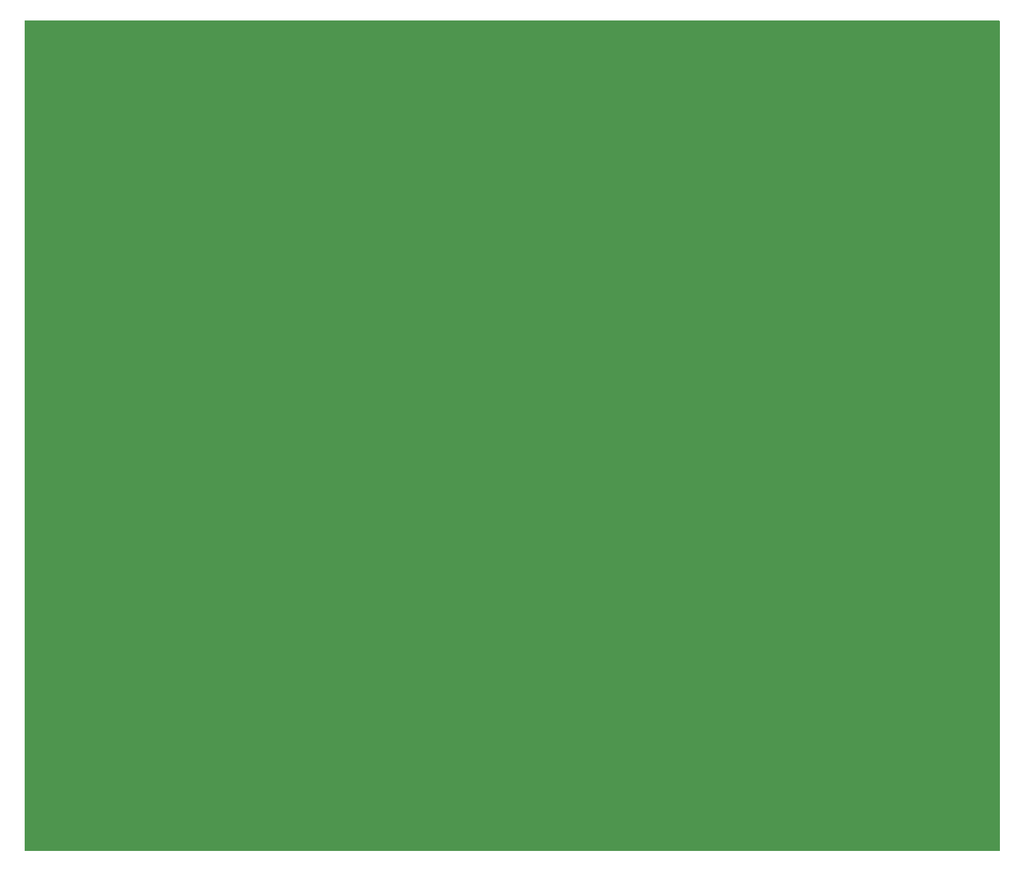
<source format=gbr>
G04 EAGLE Gerber RS-274X export*
G75*
%MOMM*%
%FSLAX34Y34*%
%LPD*%
%INBottom Copper*%
%IPPOS*%
%AMOC8*
5,1,8,0,0,1.08239X$1,22.5*%
G01*
G04 Define Apertures*
G36*
X1447335Y279460D02*
X1447038Y279400D01*
X76962Y279400D01*
X76687Y279451D01*
X76432Y279615D01*
X76260Y279865D01*
X76200Y280162D01*
X76200Y1447038D01*
X76251Y1447313D01*
X76415Y1447568D01*
X76665Y1447740D01*
X76962Y1447800D01*
X1447038Y1447800D01*
X1447313Y1447749D01*
X1447568Y1447585D01*
X1447740Y1447335D01*
X1447800Y1447038D01*
X1447800Y280162D01*
X1447749Y279887D01*
X1447585Y279632D01*
X1447335Y279460D01*
G37*
M02*

</source>
